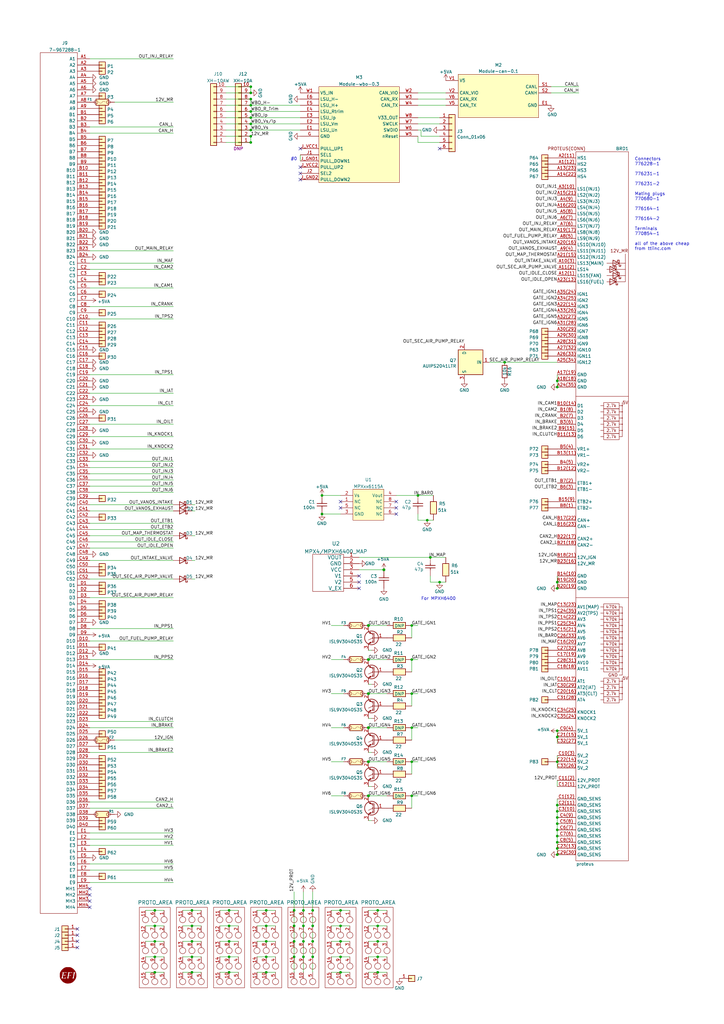
<source format=kicad_sch>
(kicad_sch (version 20210621) (generator eeschema)
  (paper "A3" portrait)
  (title_block (title "proteusM54") (date "2021-11-14") (rev "a") (company "rusEFI"))
  (junction (at 228.6 340.36))
  (junction (at 168.91 284.48))
  (junction (at 207.01 148.59))
  (junction (at 120.65 392.43))
  (junction (at 151.13 270.51) (diameter 1.016))
  (junction (at 228.6 345.44))
  (junction (at 171.45 203.2))
  (junction (at 228.6 332.74))
  (junction (at 63.5 386.08))
  (junction (at 228.6 238.76))
  (junction (at 124.46 373.38))
  (junction (at 154.94 386.08))
  (junction (at 120.65 379.73))
  (junction (at 63.5 392.43))
  (junction (at 139.7 386.08))
  (junction (at 102.87 58.42))
  (junction (at 228.6 337.82))
  (junction (at 139.7 379.73))
  (junction (at 168.91 270.51))
  (junction (at 63.5 398.78))
  (junction (at 109.22 373.38))
  (junction (at 128.27 379.73))
  (junction (at 168.91 312.42))
  (junction (at 109.22 398.78))
  (junction (at 176.53 228.6))
  (junction (at 168.91 256.54))
  (junction (at 132.08 203.2))
  (junction (at 154.94 398.78))
  (junction (at 78.74 373.38))
  (junction (at 228.6 312.42))
  (junction (at 109.22 392.43))
  (junction (at 128.27 392.43))
  (junction (at 124.46 379.73))
  (junction (at 228.6 335.28))
  (junction (at 139.7 398.78))
  (junction (at 228.6 158.75))
  (junction (at 102.87 45.72))
  (junction (at 139.7 373.38))
  (junction (at 228.6 347.98))
  (junction (at 228.6 350.52))
  (junction (at 93.98 386.08))
  (junction (at 102.87 53.34))
  (junction (at 102.87 40.64))
  (junction (at 157.48 233.68) (diameter 1.016))
  (junction (at 132.08 210.82))
  (junction (at 151.13 256.54) (diameter 1.016))
  (junction (at 175.26 213.36))
  (junction (at 228.6 342.9))
  (junction (at 139.7 392.43))
  (junction (at 78.74 379.73))
  (junction (at 102.87 38.1))
  (junction (at 168.91 298.45))
  (junction (at 128.27 386.08))
  (junction (at 78.74 398.78))
  (junction (at 151.13 284.48) (diameter 1.016))
  (junction (at 63.5 373.38))
  (junction (at 78.74 392.43))
  (junction (at 228.6 299.72))
  (junction (at 154.94 379.73))
  (junction (at 102.87 35.56))
  (junction (at 102.87 48.26))
  (junction (at 228.6 302.26))
  (junction (at 124.46 386.08))
  (junction (at 78.74 386.08))
  (junction (at 109.22 379.73))
  (junction (at 228.6 156.21))
  (junction (at 93.98 398.78))
  (junction (at 63.5 379.73))
  (junction (at 93.98 392.43))
  (junction (at 102.87 55.88))
  (junction (at 93.98 373.38))
  (junction (at 124.46 392.43))
  (junction (at 120.65 373.38))
  (junction (at 154.94 392.43))
  (junction (at 154.94 373.38))
  (junction (at 151.13 326.39) (diameter 1.016))
  (junction (at 151.13 298.45) (diameter 1.016))
  (junction (at 128.27 373.38))
  (junction (at 180.34 238.76))
  (junction (at 102.87 43.18))
  (junction (at 168.91 326.39))
  (junction (at 151.13 312.42) (diameter 1.016))
  (junction (at 120.65 386.08))
  (junction (at 93.98 379.73))
  (junction (at 228.6 241.3))
  (junction (at 228.6 330.2))
  (junction (at 109.22 386.08))
  (junction (at 102.87 50.8))
  (no_connect (at 147.32 241.3))
  (no_connect (at 123.19 71.12))
  (no_connect (at 31.75 383.54))
  (no_connect (at 31.75 388.62))
  (no_connect (at 139.7 205.74))
  (no_connect (at 139.7 208.28))
  (no_connect (at 162.56 210.82))
  (no_connect (at 162.56 208.28))
  (no_connect (at 162.56 205.74))
  (no_connect (at 31.75 381))
  (no_connect (at 31.75 386.08))
  (no_connect (at 147.32 236.22))
  (no_connect (at 123.19 73.66))
  (no_connect (at 123.19 60.96))
  (no_connect (at 36.83 372.11))
  (no_connect (at 36.83 369.57))
  (no_connect (at 36.83 364.49))
  (no_connect (at 36.83 367.03))
  (no_connect (at 147.32 238.76))
  (no_connect (at 123.19 68.58))
  (no_connect (at 180.34 60.96))
  (wire (pts (xy 168.91 298.45) (xy 168.91 303.53)))
  (wire (pts (xy 135.89 398.78) (xy 139.7 398.78)))
  (wire (pts (xy 180.34 238.76) (xy 182.88 238.76)))
  (wire (pts (xy 168.91 298.45) (xy 171.45 298.45)))
  (wire (pts (xy 154.94 379.73) (xy 158.75 379.73)))
  (wire (pts (xy 36.83 118.11) (xy 71.12 118.11)))
  (wire (pts (xy 132.08 203.2) (xy 139.7 203.2)))
  (wire (pts (xy 36.83 222.25) (xy 71.12 222.25)))
  (wire (pts (xy 171.45 48.26) (xy 180.34 48.26)))
  (wire (pts (xy 226.06 35.56) (xy 237.49 35.56)))
  (wire (pts (xy 120.65 365.76) (xy 120.65 373.38)))
  (wire (pts (xy 90.17 379.73) (xy 93.98 379.73)))
  (wire (pts (xy 36.83 199.39) (xy 71.12 199.39)))
  (wire (pts (xy 135.89 379.73) (xy 139.7 379.73)))
  (wire (pts (xy 171.45 203.2) (xy 177.8 203.2)))
  (wire (pts (xy 171.45 40.64) (xy 182.88 40.64)))
  (wire (pts (xy 80.01 229.87) (xy 78.74 229.87)))
  (wire (pts (xy 151.13 256.54) (xy 158.75 256.54)))
  (wire (pts (xy 102.87 43.18) (xy 123.19 43.18)))
  (wire (pts (xy 80.01 209.55) (xy 78.74 209.55)))
  (wire (pts (xy 105.41 379.73) (xy 109.22 379.73)))
  (wire (pts (xy 92.71 43.18) (xy 102.87 43.18)))
  (wire (pts (xy 171.45 38.1) (xy 182.88 38.1)))
  (wire (pts (xy 93.98 398.78) (xy 97.79 398.78)))
  (wire (pts (xy 92.71 55.88) (xy 102.87 55.88)))
  (wire (pts (xy 36.83 161.29) (xy 71.12 161.29)))
  (wire (pts (xy 180.34 238.76) (xy 176.53 238.76)))
  (wire (pts (xy 92.71 50.8) (xy 102.87 50.8)))
  (wire (pts (xy 228.6 153.67) (xy 228.6 156.21)))
  (wire (pts (xy 228.6 156.21) (xy 228.6 158.75)))
  (wire (pts (xy 171.45 53.34) (xy 172.72 53.34)))
  (wire (pts (xy 90.17 386.08) (xy 93.98 386.08)))
  (wire (pts (xy 36.83 130.81) (xy 71.12 130.81)))
  (wire (pts (xy 105.41 373.38) (xy 109.22 373.38)))
  (wire (pts (xy 74.93 398.78) (xy 78.74 398.78)))
  (wire (pts (xy 93.98 379.73) (xy 97.79 379.73)))
  (wire (pts (xy 92.71 40.64) (xy 102.87 40.64)))
  (wire (pts (xy 92.71 53.34) (xy 102.87 53.34)))
  (wire (pts (xy 152.4 336.55) (xy 151.13 336.55)))
  (wire (pts (xy 36.83 308.61) (xy 71.12 308.61)))
  (wire (pts (xy 135.89 312.42) (xy 140.97 312.42)))
  (wire (pts (xy 152.4 308.61) (xy 151.13 308.61)))
  (wire (pts (xy 168.91 284.48) (xy 168.91 289.56)))
  (wire (pts (xy 90.17 392.43) (xy 93.98 392.43)))
  (wire (pts (xy 151.13 373.38) (xy 154.94 373.38)))
  (wire (pts (xy 36.83 207.01) (xy 71.12 207.01)))
  (wire (pts (xy 109.22 398.78) (xy 113.03 398.78)))
  (wire (pts (xy 168.91 270.51) (xy 171.45 270.51)))
  (wire (pts (xy 128.27 386.08) (xy 128.27 392.43)))
  (wire (pts (xy 36.83 214.63) (xy 71.12 214.63)))
  (wire (pts (xy 80.01 207.01) (xy 78.74 207.01)))
  (wire (pts (xy 228.6 299.72) (xy 228.6 302.26)))
  (wire (pts (xy 228.6 302.26) (xy 228.6 304.8)))
  (wire (pts (xy 93.98 392.43) (xy 97.79 392.43)))
  (wire (pts (xy 36.83 217.17) (xy 71.12 217.17)))
  (wire (pts (xy 175.26 213.36) (xy 177.8 213.36)))
  (wire (pts (xy 157.48 233.68) (xy 147.32 233.68)))
  (wire (pts (xy 59.69 398.78) (xy 63.5 398.78)))
  (wire (pts (xy 71.12 41.91) (xy 46.99 41.91)))
  (wire (pts (xy 105.41 386.08) (xy 109.22 386.08)))
  (wire (pts (xy 147.32 228.6) (xy 176.53 228.6)))
  (wire (pts (xy 228.6 309.88) (xy 228.6 312.42)))
  (wire (pts (xy 228.6 312.42) (xy 228.6 314.96)))
  (wire (pts (xy 92.71 58.42) (xy 102.87 58.42)))
  (wire (pts (xy 36.83 224.79) (xy 71.12 224.79)))
  (wire (pts (xy 135.89 373.38) (xy 139.7 373.38)))
  (wire (pts (xy 36.83 257.81) (xy 71.12 257.81)))
  (wire (pts (xy 151.13 284.48) (xy 158.75 284.48)))
  (wire (pts (xy 154.94 392.43) (xy 158.75 392.43)))
  (wire (pts (xy 151.13 386.08) (xy 154.94 386.08)))
  (wire (pts (xy 172.72 53.34) (xy 172.72 55.88)))
  (wire (pts (xy 74.93 379.73) (xy 78.74 379.73)))
  (wire (pts (xy 36.83 346.71) (xy 71.12 346.71)))
  (wire (pts (xy 90.17 373.38) (xy 93.98 373.38)))
  (wire (pts (xy 102.87 48.26) (xy 123.19 48.26)))
  (wire (pts (xy 36.83 209.55) (xy 71.12 209.55)))
  (wire (pts (xy 36.83 229.87) (xy 71.12 229.87)))
  (wire (pts (xy 168.91 270.51) (xy 168.91 275.59)))
  (wire (pts (xy 59.69 392.43) (xy 63.5 392.43)))
  (wire (pts (xy 120.65 373.38) (xy 120.65 379.73)))
  (wire (pts (xy 135.89 386.08) (xy 139.7 386.08)))
  (wire (pts (xy 36.83 184.15) (xy 71.12 184.15)))
  (wire (pts (xy 120.65 379.73) (xy 120.65 386.08)))
  (wire (pts (xy 139.7 398.78) (xy 143.51 398.78)))
  (wire (pts (xy 36.83 173.99) (xy 71.12 173.99)))
  (wire (pts (xy 109.22 373.38) (xy 113.03 373.38)))
  (wire (pts (xy 78.74 398.78) (xy 82.55 398.78)))
  (wire (pts (xy 80.01 219.71) (xy 78.74 219.71)))
  (wire (pts (xy 139.7 392.43) (xy 143.51 392.43)))
  (wire (pts (xy 135.89 256.54) (xy 140.97 256.54)))
  (wire (pts (xy 152.4 280.67) (xy 151.13 280.67)))
  (wire (pts (xy 168.91 256.54) (xy 171.45 256.54)))
  (wire (pts (xy 78.74 392.43) (xy 82.55 392.43)))
  (wire (pts (xy 228.6 320.04) (xy 228.6 322.58)))
  (wire (pts (xy 139.7 379.73) (xy 143.51 379.73)))
  (wire (pts (xy 152.4 294.64) (xy 151.13 294.64)))
  (wire (pts (xy 168.91 284.48) (xy 171.45 284.48)))
  (wire (pts (xy 36.83 354.33) (xy 71.12 354.33)))
  (wire (pts (xy 162.56 203.2) (xy 171.45 203.2)))
  (wire (pts (xy 171.45 58.42) (xy 180.34 58.42)))
  (wire (pts (xy 36.83 153.67) (xy 71.12 153.67)))
  (wire (pts (xy 124.46 392.43) (xy 124.46 398.78)))
  (wire (pts (xy 124.46 373.38) (xy 124.46 379.73)))
  (wire (pts (xy 36.83 262.89) (xy 71.12 262.89)))
  (wire (pts (xy 92.71 45.72) (xy 102.87 45.72)))
  (wire (pts (xy 36.83 102.87) (xy 71.12 102.87)))
  (wire (pts (xy 63.5 386.08) (xy 67.31 386.08)))
  (wire (pts (xy 128.27 379.73) (xy 128.27 386.08)))
  (wire (pts (xy 59.69 386.08) (xy 63.5 386.08)))
  (wire (pts (xy 123.19 63.5) (xy 123.19 66.04)))
  (wire (pts (xy 124.46 365.76) (xy 124.46 373.38)))
  (wire (pts (xy 36.83 194.31) (xy 71.12 194.31)))
  (wire (pts (xy 128.27 392.43) (xy 128.27 398.78)))
  (wire (pts (xy 74.93 373.38) (xy 78.74 373.38)))
  (wire (pts (xy 226.06 38.1) (xy 237.49 38.1)))
  (wire (pts (xy 80.01 237.49) (xy 78.74 237.49)))
  (wire (pts (xy 36.83 110.49) (xy 71.12 110.49)))
  (wire (pts (xy 36.83 245.11) (xy 71.12 245.11)))
  (wire (pts (xy 154.94 373.38) (xy 158.75 373.38)))
  (wire (pts (xy 36.83 331.47) (xy 71.12 331.47)))
  (wire (pts (xy 109.22 392.43) (xy 113.03 392.43)))
  (wire (pts (xy 36.83 356.87) (xy 71.12 356.87)))
  (wire (pts (xy 109.22 386.08) (xy 113.03 386.08)))
  (wire (pts (xy 36.83 189.23) (xy 71.12 189.23)))
  (wire (pts (xy 102.87 53.34) (xy 123.19 53.34)))
  (wire (pts (xy 102.87 35.56) (xy 102.87 38.1)))
  (wire (pts (xy 36.83 179.07) (xy 71.12 179.07)))
  (wire (pts (xy 128.27 373.38) (xy 128.27 379.73)))
  (wire (pts (xy 151.13 398.78) (xy 154.94 398.78)))
  (wire (pts (xy 168.91 326.39) (xy 168.91 331.47)))
  (wire (pts (xy 135.89 326.39) (xy 140.97 326.39)))
  (wire (pts (xy 59.69 373.38) (xy 63.5 373.38)))
  (wire (pts (xy 102.87 40.64) (xy 102.87 43.18)))
  (wire (pts (xy 171.45 55.88) (xy 171.45 58.42)))
  (wire (pts (xy 93.98 386.08) (xy 97.79 386.08)))
  (wire (pts (xy 152.4 266.7) (xy 151.13 266.7)))
  (wire (pts (xy 92.71 48.26) (xy 102.87 48.26)))
  (wire (pts (xy 135.89 270.51) (xy 140.97 270.51)))
  (wire (pts (xy 175.26 213.36) (xy 171.45 213.36)))
  (wire (pts (xy 135.89 298.45) (xy 140.97 298.45)))
  (wire (pts (xy 63.5 379.73) (xy 67.31 379.73)))
  (wire (pts (xy 36.83 191.77) (xy 71.12 191.77)))
  (wire (pts (xy 36.83 52.07) (xy 71.12 52.07)))
  (wire (pts (xy 124.46 386.08) (xy 124.46 392.43)))
  (wire (pts (xy 78.74 373.38) (xy 82.55 373.38)))
  (wire (pts (xy 36.83 107.95) (xy 71.12 107.95)))
  (wire (pts (xy 90.17 398.78) (xy 93.98 398.78)))
  (wire (pts (xy 176.53 238.76) (xy 176.53 236.22)))
  (wire (pts (xy 228.6 236.22) (xy 228.6 238.76)))
  (wire (pts (xy 228.6 238.76) (xy 228.6 241.3)))
  (wire (pts (xy 102.87 55.88) (xy 102.87 58.42)))
  (wire (pts (xy 63.5 373.38) (xy 67.31 373.38)))
  (wire (pts (xy 124.46 379.73) (xy 124.46 386.08)))
  (wire (pts (xy 171.45 43.18) (xy 182.88 43.18)))
  (wire (pts (xy 36.83 298.45) (xy 71.12 298.45)))
  (wire (pts (xy 105.41 398.78) (xy 109.22 398.78)))
  (wire (pts (xy 135.89 284.48) (xy 140.97 284.48)))
  (wire (pts (xy 154.94 386.08) (xy 158.75 386.08)))
  (wire (pts (xy 120.65 386.08) (xy 120.65 392.43)))
  (wire (pts (xy 151.13 312.42) (xy 158.75 312.42)))
  (wire (pts (xy 168.91 256.54) (xy 168.91 261.62)))
  (wire (pts (xy 132.08 210.82) (xy 139.7 210.82)))
  (wire (pts (xy 151.13 298.45) (xy 158.75 298.45)))
  (wire (pts (xy 92.71 38.1) (xy 102.87 38.1)))
  (wire (pts (xy 171.45 50.8) (xy 180.34 50.8)))
  (wire (pts (xy 74.93 392.43) (xy 78.74 392.43)))
  (wire (pts (xy 63.5 392.43) (xy 67.31 392.43)))
  (wire (pts (xy 120.65 392.43) (xy 120.65 398.78)))
  (wire (pts (xy 154.94 398.78) (xy 158.75 398.78)))
  (wire (pts (xy 36.83 166.37) (xy 71.12 166.37)))
  (wire (pts (xy 92.71 35.56) (xy 102.87 35.56)))
  (wire (pts (xy 93.98 373.38) (xy 97.79 373.38)))
  (wire (pts (xy 63.5 398.78) (xy 67.31 398.78)))
  (wire (pts (xy 128.27 365.76) (xy 128.27 373.38)))
  (wire (pts (xy 168.91 326.39) (xy 171.45 326.39)))
  (wire (pts (xy 36.83 24.13) (xy 71.12 24.13)))
  (wire (pts (xy 176.53 228.6) (xy 182.88 228.6)))
  (wire (pts (xy 207.01 148.59) (xy 228.6 148.59)))
  (wire (pts (xy 151.13 379.73) (xy 154.94 379.73)))
  (wire (pts (xy 36.83 219.71) (xy 71.12 219.71)))
  (wire (pts (xy 139.7 386.08) (xy 143.51 386.08)))
  (wire (pts (xy 171.45 213.36) (xy 171.45 210.82)))
  (wire (pts (xy 36.83 344.17) (xy 71.12 344.17)))
  (wire (pts (xy 172.72 55.88) (xy 180.34 55.88)))
  (wire (pts (xy 228.6 337.82) (xy 228.6 340.36)))
  (wire (pts (xy 228.6 345.44) (xy 228.6 347.98)))
  (wire (pts (xy 228.6 340.36) (xy 228.6 342.9)))
  (wire (pts (xy 228.6 342.9) (xy 228.6 345.44)))
  (wire (pts (xy 228.6 347.98) (xy 228.6 350.52)))
  (wire (pts (xy 228.6 332.74) (xy 228.6 335.28)))
  (wire (pts (xy 228.6 335.28) (xy 228.6 337.82)))
  (wire (pts (xy 228.6 330.2) (xy 228.6 332.74)))
  (wire (pts (xy 228.6 327.66) (xy 228.6 330.2)))
  (wire (pts (xy 36.83 361.95) (xy 71.12 361.95)))
  (wire (pts (xy 152.4 322.58) (xy 151.13 322.58)))
  (wire (pts (xy 151.13 392.43) (xy 154.94 392.43)))
  (wire (pts (xy 105.41 392.43) (xy 109.22 392.43)))
  (wire (pts (xy 200.66 148.59) (xy 207.01 148.59)))
  (wire (pts (xy 36.83 196.85) (xy 71.12 196.85)))
  (wire (pts (xy 168.91 312.42) (xy 171.45 312.42)))
  (wire (pts (xy 139.7 373.38) (xy 143.51 373.38)))
  (wire (pts (xy 36.83 54.61) (xy 71.12 54.61)))
  (wire (pts (xy 102.87 50.8) (xy 123.19 50.8)))
  (wire (pts (xy 36.83 270.51) (xy 71.12 270.51)))
  (wire (pts (xy 74.93 386.08) (xy 78.74 386.08)))
  (wire (pts (xy 135.89 392.43) (xy 139.7 392.43)))
  (wire (pts (xy 78.74 386.08) (xy 82.55 386.08)))
  (wire (pts (xy 36.83 295.91) (xy 71.12 295.91)))
  (wire (pts (xy 36.83 201.93) (xy 71.12 201.93)))
  (wire (pts (xy 36.83 341.63) (xy 71.12 341.63)))
  (wire (pts (xy 151.13 270.51) (xy 158.75 270.51)))
  (wire (pts (xy 36.83 237.49) (xy 71.12 237.49)))
  (wire (pts (xy 168.91 312.42) (xy 168.91 317.5)))
  (wire (pts (xy 109.22 379.73) (xy 113.03 379.73)))
  (wire (pts (xy 151.13 326.39) (xy 158.75 326.39)))
  (wire (pts (xy 36.83 125.73) (xy 71.12 125.73)))
  (wire (pts (xy 78.74 379.73) (xy 82.55 379.73)))
  (wire (pts (xy 36.83 328.93) (xy 71.12 328.93)))
  (wire (pts (xy 102.87 45.72) (xy 123.19 45.72)))
  (wire (pts (xy 59.69 379.73) (xy 63.5 379.73)))
  (wire (pts (xy 71.12 303.53) (xy 46.99 303.53)))
  (text "Connectors\n776228-1\n\n776231-1\n\n776231-2\n\nMating plugs\n770680-1\n\n776164-1\n\n776164-2\n\nTerminals\n770854-1\n\nall of the above cheap\nfrom ttiinc.com" (at 260.35 102.87 0) (effects (font (size 1.27 1.27)) (justify left bottom)))
  (text "For MPXH6400" (at 172.72 246.38 0) (effects (font (size 1.27 1.27)) (justify left bottom)))
  (text "#0" (at 121.92 66.04 180) (effects (font (size 1.27 1.27)) (justify right bottom)))
  (label "OUT_SEC_AIR_PUMP_VALVE" (at 71.12 237.49 180))
  (label "WBO_Vs{slash}Ip" (at 102.87 50.8 0))
  (label "12V_MR" (at 71.12 41.91 180))
  (label "IN_TPS2" (at 228.6 254 180))
  (label "IN_MAF" (at 228.6 264.16 180))
  (label "OUT_IGN6" (at 151.13 326.39 0))
  (label "IN_CLUTCH" (at 228.6 179.07 180))
  (label "HV2" (at 71.12 344.17 180))
  (label "IN_IAT" (at 228.6 281.94 180))
  (label "12V_MR" (at 80.01 209.55 0))
  (label "GATE_IGN4" (at 228.6 128.27 180))
  (label "CAN2_H" (at 71.12 328.93 180))
  (label "OUT_INJ4" (at 71.12 196.85 180))
  (label "OUT_IDLE_OPEN" (at 228.6 115.57 180))
  (label "OUT_SEC_AIR_PUMP_RELAY" (at 71.12 245.11 180))
  (label "HV1" (at 135.89 256.54 180))
  (label "OUT_INJ3" (at 71.12 194.31 180))
  (label "IN_BARO" (at 228.6 261.62 180))
  (label "IN_CAM1" (at 71.12 118.11 180))
  (label "IN_OILT" (at 228.6 279.4 180))
  (label "OUT_IDLE_CLOSE" (at 228.6 113.03 180))
  (label "CAN_H" (at 228.6 213.36 180))
  (label "OUT_INTAKE_VALVE" (at 71.12 229.87 180))
  (label "IN_CLT" (at 71.12 166.37 180))
  (label "OUT_MAIN_RELAY" (at 228.6 95.25 180))
  (label "GATE_IGN3" (at 168.91 284.48 0))
  (label "IN_PPS2" (at 228.6 259.08 180))
  (label "OUT_INJ1" (at 71.12 189.23 180))
  (label "IN_CRANK" (at 71.12 125.73 180))
  (label "OUT_INJ6" (at 71.12 201.93 180))
  (label "HV5" (at 135.89 312.42 180))
  (label "OUT_IDLE_OPEN" (at 71.12 224.79 180))
  (label "OUT_ETB1" (at 228.6 198.12 180))
  (label "CAN_L" (at 71.12 52.07 180))
  (label "GATE_IGN5" (at 228.6 130.81 180))
  (label "OUT_IGN3" (at 151.13 284.48 0))
  (label "OUT_ETB1" (at 71.12 214.63 180))
  (label "OUT_INJ4" (at 228.6 85.09 180))
  (label "OUT_IGN2" (at 151.13 270.51 0))
  (label "12V_IGN" (at 228.6 228.6 180))
  (label "GATE_IGN6" (at 228.6 133.35 180))
  (label "IN_TPS1" (at 71.12 153.67 180))
  (label "IN_PPS1" (at 228.6 256.54 180))
  (label "IN_CAM1" (at 228.6 166.37 180))
  (label "IN_BRAKE2" (at 228.6 176.53 180))
  (label "GATE_IGN1" (at 228.6 120.65 180))
  (label "OUT_INJ_RELAY" (at 71.12 24.13 180))
  (label "OUT_SEC_AIR_PUMP_RELAY" (at 190.5 140.97 180))
  (label "12V_MR" (at 80.01 207.01 0))
  (label "IN_KNOCK1" (at 71.12 179.07 180))
  (label "OUT_INJ5" (at 228.6 87.63 180))
  (label "OUT_INJ1" (at 228.6 77.47 180))
  (label "IN_MAP" (at 228.6 248.92 180))
  (label "HV3" (at 135.89 284.48 180))
  (label "OUT_INJ3" (at 228.6 82.55 180))
  (label "HV6" (at 71.12 354.33 180))
  (label "HV3" (at 71.12 341.63 180))
  (label "IN_MAP" (at 182.88 228.6 180))
  (label "IN_PPS2" (at 71.12 270.51 180))
  (label "GATE_IGN2" (at 228.6 123.19 180))
  (label "CAN_L" (at 237.49 35.56 180))
  (label "GATE_IGN5" (at 168.91 312.42 0))
  (label "HV1" (at 71.12 346.71 180))
  (label "GATE_IGN2" (at 168.91 270.51 0))
  (label "12V_MR" (at 228.6 231.14 180))
  (label "OUT_INJ_RELAY" (at 228.6 92.71 180))
  (label "OUT_SEC_AIR_PUMP_VALVE" (at 228.6 110.49 180))
  (label "IN_TPS2" (at 71.12 130.81 180))
  (label "IN_KNOCK2" (at 228.6 294.64 180))
  (label "OUT_MAP_THERMOSTAT" (at 228.6 105.41 180))
  (label "CAN_L" (at 228.6 215.9 180))
  (label "GATE_IGN6" (at 168.91 326.39 0))
  (label "HV4" (at 71.12 361.95 180))
  (label "OUT_IDLE_CLOSE" (at 71.12 222.25 180))
  (label "SEC_AIR_PUMP_RELAY" (at 200.66 148.59 0))
  (label "12V_IGN" (at 71.12 303.53 180))
  (label "OUT_IGN5" (at 151.13 312.42 0))
  (label "CAN_H" (at 71.12 54.61 180))
  (label "HV5" (at 71.12 356.87 180))
  (label "GATE_IGN4" (at 168.91 298.45 0))
  (label "OUT_INJ5" (at 71.12 199.39 180))
  (label "12V_MR" (at 80.01 219.71 0))
  (label "12V_PROT" (at 228.6 320.04 180))
  (label "OUT_INTAKE_VALVE" (at 228.6 107.95 180))
  (label "OUT_VANOS_INTAKE" (at 228.6 100.33 180))
  (label "CAN2_H" (at 228.6 220.98 180))
  (label "OUT_FUEL_PUMP_RELAY" (at 71.12 262.89 180))
  (label "OUT_ETB2" (at 71.12 217.17 180))
  (label "OUT_MAIN_RELAY" (at 71.12 102.87 180))
  (label "IN_OILT" (at 71.12 173.99 180))
  (label "CAN2_L" (at 228.6 223.52 180))
  (label "IN_BRAKE" (at 71.12 298.45 180))
  (label "OUT_MAP_THERMOSTAT" (at 71.12 219.71 180))
  (label "OUT_IGN1" (at 151.13 256.54 0))
  (label "IN_CLUTCH" (at 71.12 295.91 180))
  (label "HV4" (at 135.89 298.45 180))
  (label "IN_KNOCK1" (at 228.6 292.1 180))
  (label "GATE_IGN3" (at 228.6 125.73 180))
  (label "GATE_IGN1" (at 168.91 256.54 0))
  (label "OUT_FUEL_PUMP_RELAY" (at 228.6 97.79 180))
  (label "IN_PPS1" (at 71.12 257.81 180))
  (label "IN_CRANK" (at 228.6 171.45 180))
  (label "IN_TPS1" (at 228.6 251.46 180))
  (label "IN_BARO" (at 177.8 203.2 180))
  (label "WBO_H-" (at 102.87 43.18 0))
  (label "OUT_VANOS_EXHAUST" (at 228.6 102.87 180))
  (label "12V_PROT" (at 120.65 365.76 90))
  (label "12V_MR" (at 80.01 237.49 0))
  (label "IN_KNOCK2" (at 71.12 184.15 180))
  (label "WBO_Vs" (at 102.87 53.34 0))
  (label "12V_MR" (at 102.87 55.88 0))
  (label "HV6" (at 135.89 326.39 180))
  (label "OUT_INJ2" (at 228.6 80.01 180))
  (label "IN_BRAKE2" (at 71.12 308.61 180))
  (label "WBO_R_Trim" (at 102.87 45.72 0))
  (label "IN_MAF" (at 71.12 107.95 180))
  (label "CAN2_L" (at 71.12 331.47 180))
  (label "IN_CAM2" (at 228.6 168.91 180))
  (label "12V_MR" (at 80.01 229.87 0))
  (label "OUT_VANOS_EXHAUST" (at 71.12 209.55 180))
  (label "OUT_VANOS_INTAKE" (at 71.12 207.01 180))
  (label "OUT_INJ2" (at 71.12 191.77 180))
  (label "IN_BRAKE" (at 228.6 173.99 180))
  (label "OUT_INJ6" (at 228.6 90.17 180))
  (label "OUT_IGN4" (at 151.13 298.45 0))
  (label "IN_CAM2" (at 71.12 110.49 180))
  (label "WBO_Ip" (at 102.87 48.26 0))
  (label "CAN_H" (at 237.49 38.1 180))
  (label "OUT_ETB2" (at 228.6 200.66 180))
  (label "HV2" (at 135.89 270.51 180))
  (label "IN_CLT" (at 228.6 284.48 180))
  (label "IN_IAT" (at 71.12 161.29 180))
  (symbol (lib_id "hellen-one-common:Pad") (at 223.52 274.32 180) (unit 1)
    (property "Reference" "P81" (at 219.0115 274.32 0))
    (property "Value" "Pad" (effects hide))
    (property "Footprint" "hellen-one-common:PAD-TH" (effects hide))
  )
  (symbol (lib_id "hellen-one-common:Fuse-Pad-Pad") (at 146.05 270.51 0) (unit 1)
    (property "Reference" "F4" (at 140.97 269.4248 0) (effects (font (size 1.016 1.016))))
    (property "Value" "10A" (effects hide))
    (property "Footprint" "hellen-one-common:36911600000" (effects hide))
    (property "LCSC" "C354908" (effects hide))
  )
  (symbol (lib_id "power:GND") (at 152.4 336.55 90) (unit 1)
    (property "Reference" "#PWR0128" (effects hide))
    (property "Value" "GND" (at 158.8834 336.4992 90))
  )
  (symbol (lib_id "hellen-one-common:Pad") (at 223.52 186.69 180) (unit 1)
    (property "Reference" "P73" (at 219.0115 186.69 0))
    (property "Value" "Pad" (effects hide))
    (property "Footprint" "hellen-one-common:PAD-TH" (effects hide))
  )
  (symbol (lib_id "hellen-one-common:Pad") (at 41.91 133.35 0) (unit 1)
    (property "Reference" "P26" (at 43.9421 133.829 0) (effects (justify left)))
    (property "Value" "Pad" (effects hide))
    (property "Footprint" "hellen-one-common:PAD-TH" (effects hide))
  )
  (symbol (lib_id "power:+5VA") (at 36.83 123.19 270) (unit 1)
    (property "Reference" "#PWR0105" (effects hide))
    (property "Value" "+5VA" (at 40.0051 123.669 90) (effects (justify left)))
  )
  (symbol (lib_id "hellen-one-common:Pad") (at 223.52 271.78 180) (unit 1)
    (property "Reference" "P80" (at 219.0115 271.78 0))
    (property "Value" "Pad" (effects hide))
    (property "Footprint" "hellen-one-common:PAD-TH" (effects hide))
  )
  (symbol (lib_id "hellen-one-common:PROTO_AREA") (at 97.79 372.11 270) (unit 1)
    (property "Reference" "G4" (effects hide))
    (property "Value" "PROTO_AREA" (at 86.9855 370.1463 90) (effects (font (size 1.524 1.524)) (justify left)))
    (property "Footprint" "hellen-one-common:PROTO_AREA" (effects hide))
  )
  (symbol (lib_id "power:GND") (at 180.34 238.76 0) (unit 1)
    (property "Reference" "#PWR07" (effects hide))
    (property "Value" "GND" (at 182.3336 242.5968 0) (effects (justify right)))
  )
  (symbol (lib_id "power:GND") (at 228.6 350.52 270) (unit 1)
    (property "Reference" "#PWR0121" (effects hide))
    (property "Value" "GND" (at 222.1166 350.5708 90))
  )
  (symbol (lib_id "power:GND") (at 36.83 36.83 90) (unit 1)
    (property "Reference" "#PWR0118" (effects hide))
    (property "Value" "GND" (at 40.64 36.83 90) (effects (justify right)))
  )
  (symbol (lib_id "hellen-one-common:Pad") (at 41.91 92.71 0) (unit 1)
    (property "Reference" "P21" (at 43.9421 93.189 0) (effects (justify left)))
    (property "Value" "Pad" (effects hide))
    (property "Footprint" "hellen-one-common:PAD-TH" (effects hide))
  )
  (symbol (lib_id "hellen-one-common:Pad") (at 41.91 323.85 0) (unit 1)
    (property "Reference" "P57" (at 43.9421 324.329 0) (effects (justify left)))
    (property "Value" "Pad" (effects hide))
    (property "Footprint" "hellen-one-common:PAD-TH" (effects hide))
  )
  (symbol (lib_id "hellen-one-common:Pad") (at 223.52 69.85 180) (unit 1)
    (property "Reference" "P66" (at 219.0115 69.85 0))
    (property "Value" "Pad" (effects hide))
    (property "Footprint" "hellen-one-common:PAD-TH" (effects hide))
  )
  (symbol (lib_id "hellen-one-common:Pad") (at 41.91 120.65 0) (unit 1)
    (property "Reference" "P24" (at 43.9421 121.129 0) (effects (justify left)))
    (property "Value" "Pad" (effects hide))
    (property "Footprint" "hellen-one-common:PAD-TH" (effects hide))
  )
  (symbol (lib_id "power:GND") (at 36.83 156.21 90) (unit 1)
    (property "Reference" "#PWR0109" (effects hide))
    (property "Value" "GND" (at 40.64 156.21 90) (effects (justify right)))
  )
  (symbol (lib_id "hellen-one-common:Pad") (at 223.52 287.02 180) (unit 1)
    (property "Reference" "P82" (at 219.0115 287.02 0))
    (property "Value" "Pad" (effects hide))
    (property "Footprint" "hellen-one-common:PAD-TH" (effects hide))
  )
  (symbol (lib_id "Device:Q_NIGBT_GCE") (at 153.67 331.47 0) (mirror y) (unit 1)
    (property "Reference" "Q6" (at 148.8185 330.7091 0) (effects (justify left)))
    (property "Value" "ISL9V3040S3S" (at 148.8185 333.0078 0) (effects (justify left)))
    (property "Footprint" "Package_TO_SOT_SMD:TO-263-2" (effects hide))
    (property "LCSC" "C898702" (effects hide))
  )
  (symbol (lib_id "hellen-one-common:Pad") (at 41.91 232.41 0) (unit 1)
    (property "Reference" "P34" (at 43.9421 232.889 0) (effects (justify left)))
    (property "Value" "Pad" (effects hide))
    (property "Footprint" "hellen-one-common:PAD-TH" (effects hide))
  )
  (symbol (lib_id "Device:D_Schottky") (at 74.93 237.49 180) (unit 1)
    (property "Reference" "D5" (at 77.6709 236.4766 0))
    (property "Value" "D_Schottky" (effects hide))
    (property "Footprint" "Diode_SMD:D_SMA" (effects hide))
    (property "LCSC" "C8678" (effects hide))
    (property "LCSC_ext" "0" (effects hide))
  )
  (symbol (lib_id "hellen-one-common:Pad") (at 223.52 72.39 180) (unit 1)
    (property "Reference" "P67" (at 219.0115 72.39 0))
    (property "Value" "Pad" (effects hide))
    (property "Footprint" "hellen-one-common:PAD-TH" (effects hide))
  )
  (symbol (lib_id "hellen-one-common:Pad") (at 223.52 312.42 180) (unit 1)
    (property "Reference" "P83" (at 219.0115 312.42 0))
    (property "Value" "Pad" (effects hide))
    (property "Footprint" "hellen-one-common:PAD-TH" (effects hide))
  )
  (symbol (lib_id "hellen-one-common:Pad") (at 223.52 67.31 180) (unit 1)
    (property "Reference" "P65" (at 219.0115 67.31 0))
    (property "Value" "Pad" (effects hide))
    (property "Footprint" "hellen-one-common:PAD-TH" (effects hide))
  )
  (symbol (lib_id "hellen-one-common:Res") (at 177.8 203.2 270) (unit 1)
    (property "Reference" "R5" (at 181.3981 206.6001 90))
    (property "Value" "51k" (at 181.4599 209.2283 90))
    (property "Footprint" "hellen-one-common:R0603" (effects hide))
    (property "LCSC" "C23196" (effects hide))
  )
  (symbol (lib_id "hellen-one-wbo-0.3:Module-wbo-0.3") (at 163.83 35.56 0) (mirror y) (unit 1)
    (property "Reference" "M3" (at 147.32 31.7204 0))
    (property "Value" "Module-wbo-0.3" (at 147.32 34.4955 0))
    (property "Footprint" "hellen-one-wbo-0.3:wbo" (effects hide))
  )
  (symbol (lib_id "hellen-one-common:Pad") (at 41.91 62.23 0) (unit 1)
    (property "Reference" "P9" (at 43.9421 62.709 0) (effects (justify left)))
    (property "Value" "Pad" (effects hide))
    (property "Footprint" "hellen-one-common:PAD-TH" (effects hide))
  )
  (symbol (lib_id "hellen-one-common:Pad") (at 41.91 29.21 0) (unit 1)
    (property "Reference" "P2" (at 43.9421 29.689 0) (effects (justify left)))
    (property "Value" "Pad" (effects hide))
    (property "Footprint" "hellen-one-common:PAD-TH" (effects hide))
  )
  (symbol (lib_id "hellen-one-common:Pad") (at 41.91 313.69 0) (unit 1)
    (property "Reference" "P53" (at 43.9421 314.169 0) (effects (justify left)))
    (property "Value" "Pad" (effects hide))
    (property "Footprint" "hellen-one-common:PAD-TH" (effects hide))
  )
  (symbol (lib_id "hellen-one-common:Pad") (at 41.91 39.37 0) (unit 1)
    (property "Reference" "P3" (at 43.9421 39.849 0) (effects (justify left)))
    (property "Value" "Pad" (effects hide))
    (property "Footprint" "hellen-one-common:PAD-TH" (effects hide))
  )
  (symbol (lib_id "Device:D_Schottky") (at 74.93 229.87 180) (unit 1)
    (property "Reference" "D4" (at 77.6709 228.8566 0))
    (property "Value" "D_Schottky" (effects hide))
    (property "Footprint" "Diode_SMD:D_SMA" (effects hide))
    (property "LCSC" "C8678" (effects hide))
    (property "LCSC_ext" "0" (effects hide))
  )
  (symbol (lib_id "hellen-one-common:Pad") (at 223.52 146.05 180) (unit 1)
    (property "Reference" "P71" (at 219.0115 146.05 0))
    (property "Value" "Pad" (effects hide))
    (property "Footprint" "hellen-one-common:PAD-TH" (effects hide))
  )
  (symbol (lib_id "hellen-one-common:Pad") (at 41.91 278.13 0) (unit 1)
    (property "Reference" "P43" (at 43.9421 278.609 0) (effects (justify left)))
    (property "Value" "Pad" (effects hide))
    (property "Footprint" "hellen-one-common:PAD-TH" (effects hide))
  )
  (symbol (lib_id "power:+5VA") (at 123.19 38.1 0) (unit 1)
    (property "Reference" "#PWR0142" (effects hide))
    (property "Value" "+5VA" (at 123.19 34.5526 0))
  )
  (symbol (lib_id "hellen-one-common:Pad") (at 41.91 349.25 0) (unit 1)
    (property "Reference" "P62" (at 43.9421 349.729 0) (effects (justify left)))
    (property "Value" "Pad" (effects hide))
    (property "Footprint" "hellen-one-common:PAD-TH" (effects hide))
  )
  (symbol (lib_id "hellen-one-common:Pad") (at 41.91 67.31 0) (unit 1)
    (property "Reference" "P11" (at 43.9421 67.789 0) (effects (justify left)))
    (property "Value" "Pad" (effects hide))
    (property "Footprint" "hellen-one-common:PAD-TH" (effects hide))
  )
  (symbol (lib_id "power:GND") (at 36.83 34.29 90) (unit 1)
    (property "Reference" "#PWR0119" (effects hide))
    (property "Value" "GND" (at 40.64 34.29 90) (effects (justify right)))
  )
  (symbol (lib_id "power:+5VA") (at 132.08 203.2 0) (unit 1)
    (property "Reference" "#PWR0137" (effects hide))
    (property "Value" "+5VA" (at 132.08 199.6526 0))
  )
  (symbol (lib_id "hellen-one-common:Pad") (at 41.91 80.01 0) (unit 1)
    (property "Reference" "P16" (at 43.9421 80.489 0) (effects (justify left)))
    (property "Value" "Pad" (effects hide))
    (property "Footprint" "hellen-one-common:PAD-TH" (effects hide))
  )
  (symbol (lib_id "hellen-one-common:Pad") (at 41.91 252.73 0) (unit 1)
    (property "Reference" "P40" (at 43.9421 253.209 0) (effects (justify left)))
    (property "Value" "Pad" (effects hide))
    (property "Footprint" "hellen-one-common:PAD-TH" (effects hide))
  )
  (symbol (lib_id "hellen-one-common:Pad") (at 41.91 26.67 0) (unit 1)
    (property "Reference" "P1" (at 43.9421 27.149 0) (effects (justify left)))
    (property "Value" "Pad" (effects hide))
    (property "Footprint" "hellen-one-common:PAD-TH" (effects hide))
  )
  (symbol (lib_id "Device:D_Schottky") (at 74.93 207.01 180) (unit 1)
    (property "Reference" "D1" (at 77.6709 205.9966 0))
    (property "Value" "D_Schottky" (effects hide))
    (property "Footprint" "Diode_SMD:D_SMA" (effects hide))
    (property "LCSC" "C8678" (effects hide))
    (property "LCSC_ext" "0" (effects hide))
  )
  (symbol (lib_id "hellen-one-common:Pad") (at 41.91 336.55 0) (unit 1)
    (property "Reference" "P59" (at 43.9421 337.029 0) (effects (justify left)))
    (property "Value" "Pad" (effects hide))
    (property "Footprint" "hellen-one-common:PAD-TH" (effects hide))
  )
  (symbol (lib_id "rusefi_logo:RUSEFI_LOGO") (at 27.94 400.05 0) (unit 1)
    (property "Reference" "G1" (effects hide))
    (property "Value" "RUSEFI_LOGO" (effects hide))
    (property "Footprint" "kicad6-libraries:rusefi_logo" (effects hide))
  )
  (symbol (lib_id "hellen-one-common:Jumper-Pad-Pad") (at 41.91 334.01 0) (unit 1)
    (property "Reference" "R1" (at 45.72 332.74 0) (effects (font (size 1.016 1.016))))
    (property "Value" "Jumper-Pad-Pad" (effects hide))
    (property "Footprint" "hellen-one-common:PAD-0805-PAD" (effects hide))
    (property "LCSC" "C17477" (effects hide))
  )
  (symbol (lib_id "power:GND") (at 175.26 213.36 0) (unit 1)
    (property "Reference" "#PWR0136" (effects hide))
    (property "Value" "GND" (at 177.2536 217.1968 0) (effects (justify right)))
  )
  (symbol (lib_id "hellen-one-common:Res") (at 158.75 303.53 0) (mirror x) (unit 1)
    (property "Reference" "R7" (at 164.072 301.1818 0))
    (property "Value" "22" (at 163.5161 306.2056 0))
    (property "Footprint" "hellen-one-common:R0603" (effects hide))
    (property "LCSC" "C23345" (effects hide))
  )
  (symbol (lib_id "Connector_Generic:Conn_01x06") (at 185.42 53.34 0) (unit 1)
    (property "Reference" "J3" (at 187.4521 53.8491 0) (effects (justify left)))
    (property "Value" "Conn_01x06" (at 187.4521 56.1478 0) (effects (justify left)))
    (property "Footprint" "Connector_PinHeader_2.54mm:PinHeader_1x06_P2.54mm_Vertical" (effects hide))
  )
  (symbol (lib_id "Connector_Generic:Conn_01x01") (at 168.91 401.32 0) (unit 1)
    (property "Reference" "J7" (at 170.942 401.4216 0) (effects (justify left)))
    (property "Value" "Conn_01x01" (effects hide))
    (property "Footprint" "TestPoint:TestPoint_Pad_D4.0mm" (effects hide))
  )
  (symbol (lib_id "hellen-one-common:Pad") (at 223.52 266.7 180) (unit 1)
    (property "Reference" "P78" (at 219.0115 266.7 0))
    (property "Value" "Pad" (effects hide))
    (property "Footprint" "hellen-one-common:PAD-TH" (effects hide))
  )
  (symbol (lib_id "Connector_Generic:Conn_01x01") (at 26.67 381 0) (mirror y) (unit 1)
    (property "Reference" "J1" (at 24.638 381.1016 0) (effects (justify left)))
    (property "Value" "Conn_01x01" (effects hide))
    (property "Footprint" "MountingHole:MountingHole_3.5mm" (effects hide))
  )
  (symbol (lib_id "Device:Q_NIGBT_GCE") (at 153.67 303.53 0) (mirror y) (unit 1)
    (property "Reference" "Q4" (at 148.8185 302.7691 0) (effects (justify left)))
    (property "Value" "ISL9V3040S3S" (at 148.8185 305.0678 0) (effects (justify left)))
    (property "Footprint" "Package_TO_SOT_SMD:TO-263-2" (effects hide))
    (property "LCSC" "C898702" (effects hide))
  )
  (symbol (lib_id "hellen-one-common:Pad") (at 223.52 143.51 180) (unit 1)
    (property "Reference" "P63" (at 219.0115 143.51 0))
    (property "Value" "Pad" (effects hide))
    (property "Footprint" "hellen-one-common:PAD-TH" (effects hide))
  )
  (symbol (lib_id "hellen-one-common:Fuse-Pad-Pad") (at 146.05 284.48 0) (unit 1)
    (property "Reference" "F5" (at 140.97 283.3948 0) (effects (font (size 1.016 1.016))))
    (property "Value" "10A" (effects hide))
    (property "Footprint" "hellen-one-common:36911600000" (effects hide))
    (property "LCSC" "C354908" (effects hide))
  )
  (symbol (lib_id "Connector_Generic:Conn_01x10") (at 97.79 48.26 180) (unit 1) (in_bom no) (on_board no)
    (property "Reference" "J12" (at 99.6315 30.3234 0))
    (property "Value" "XH-10A" (at 99.6315 33.0985 0))
    (property "Footprint" "Connector_JST:JST_XH_B10B-XH-A_1x10_P2.50mm_Vertical" (effects hide))
    (property "LCSC" "C8885" (effects hide))
    (property "MyComment" "DNP" (at 97.79 60.96 0))
  )
  (symbol (lib_id "power:+5VA") (at 228.6 299.72 90) (unit 1)
    (property "Reference" "#PWR0122" (effects hide))
    (property "Value" "+5VA" (at 225.4249 299.241 90) (effects (justify left)))
  )
  (symbol (lib_id "hellen-one-common:Pad") (at 41.91 146.05 0) (unit 1)
    (property "Reference" "P30" (at 43.9421 146.529 0) (effects (justify left)))
    (property "Value" "Pad" (effects hide))
    (property "Footprint" "hellen-one-common:PAD-TH" (effects hide))
  )
  (symbol (lib_id "Device:D_Schottky") (at 74.93 219.71 180) (unit 1)
    (property "Reference" "D3" (at 77.6709 218.6966 0))
    (property "Value" "D_Schottky" (effects hide))
    (property "Footprint" "Diode_SMD:D_SMA" (effects hide))
    (property "LCSC" "C8678" (effects hide))
    (property "LCSC_ext" "0" (effects hide))
  )
  (symbol (lib_id "hellen-one-common:Pad") (at 41.91 318.77 0) (unit 1)
    (property "Reference" "P55" (at 43.9421 319.249 0) (effects (justify left)))
    (property "Value" "Pad" (effects hide))
    (property "Footprint" "hellen-one-common:PAD-TH" (effects hide))
  )
  (symbol (lib_id "power:GND") (at 207.01 156.21 0) (unit 1)
    (property "Reference" "#PWR0123" (effects hide))
    (property "Value" "GND" (at 207.01 160.02 0))
  )
  (symbol (lib_id "power:GND") (at 226.06 43.18 0) (unit 1)
    (property "Reference" "#PWR012" (effects hide))
    (property "Value" "GND" (at 228.6 46.99 0) (effects (justify right)))
  )
  (symbol (lib_id "power:GND") (at 36.83 97.79 90) (unit 1)
    (property "Reference" "#PWR0101" (effects hide))
    (property "Value" "GND" (at 40.64 97.79 90) (effects (justify right)))
  )
  (symbol (lib_id "hellen-one-common:Pad") (at 223.52 269.24 180) (unit 1)
    (property "Reference" "P79" (at 219.0115 269.24 0))
    (property "Value" "Pad" (effects hide))
    (property "Footprint" "hellen-one-common:PAD-TH" (effects hide))
  )
  (symbol (lib_id "power:GND") (at 36.83 181.61 90) (unit 1)
    (property "Reference" "#PWR0111" (effects hide))
    (property "Value" "GND" (at 40.64 181.61 90) (effects (justify right)))
  )
  (symbol (lib_id "power:GND") (at 36.83 176.53 90) (unit 1)
    (property "Reference" "#PWR0113" (effects hide))
    (property "Value" "GND" (at 40.64 176.53 90) (effects (justify right)))
  )
  (symbol (lib_id "Device:R") (at 207.01 152.4 0) (mirror x) (unit 1)
    (property "Reference" "R16" (at 209.03 152.3378 90))
    (property "Value" "10k" (at 207.0555 152.1998 90))
    (property "Footprint" "Resistor_SMD:R_0402_1005Metric" (effects hide))
    (property "LCSC" "C60489" (effects hide))
  )
  (symbol (lib_id "hellen-one-common:Res") (at 168.91 312.42 0) (mirror y) (unit 1)
    (property "Reference" "R14" (at 163.5096 309.7753 0))
    (property "Value" "DNP" (at 163.8565 312.5827 0))
    (property "Footprint" "Resistor_SMD:R_2512_6332Metric" (effects hide))
  )
  (symbol (lib_id "hellen-one-common:Pad") (at 223.52 64.77 180) (unit 1)
    (property "Reference" "P64" (at 219.0115 64.77 0))
    (property "Value" "Pad" (effects hide))
    (property "Footprint" "hellen-one-common:PAD-TH" (effects hide))
  )
  (symbol (lib_id "Connector_Generic:Conn_01x01") (at 26.67 386.08 0) (mirror y) (unit 1)
    (property "Reference" "J4" (at 24.638 386.1816 0) (effects (justify left)))
    (property "Value" "Conn_01x01" (effects hide))
    (property "Footprint" "MountingHole:MountingHole_5.5mm" (effects hide))
  )
  (symbol (lib_id "power:GND") (at 36.83 227.33 90) (unit 1)
    (property "Reference" "#PWR0116" (effects hide))
    (property "Value" "GND" (at 40.64 227.33 90) (effects (justify right)))
  )
  (symbol (lib_id "hellen-one-common:Res") (at 168.91 326.39 0) (mirror y) (unit 1)
    (property "Reference" "R15" (at 163.5096 323.7453 0))
    (property "Value" "DNP" (at 163.8565 326.5527 0))
    (property "Footprint" "Resistor_SMD:R_2512_6332Metric" (effects hide))
  )
  (symbol (lib_id "power:GND") (at 228.6 241.3 270) (unit 1)
    (property "Reference" "#PWR0120" (effects hide))
    (property "Value" "GND" (at 222.1166 241.3508 90))
  )
  (symbol (lib_id "hellen-one-common:Res") (at 158.75 275.59 0) (mirror x) (unit 1)
    (property "Reference" "R3" (at 164.072 273.2418 0))
    (property "Value" "22" (at 163.5161 278.2656 0))
    (property "Footprint" "hellen-one-common:R0603" (effects hide))
    (property "LCSC" "C23345" (effects hide))
  )
  (symbol (lib_id "hellen-one-common:Pad") (at 41.91 69.85 0) (unit 1)
    (property "Reference" "P12" (at 43.9421 70.329 0) (effects (justify left)))
    (property "Value" "Pad" (effects hide))
    (property "Footprint" "hellen-one-common:PAD-TH" (effects hide))
  )
  (symbol (lib_id "power:GND") (at 152.4 280.67 90) (unit 1)
    (property "Reference" "#PWR0135" (effects hide))
    (property "Value" "GND" (at 158.8834 280.6192 90))
  )
  (symbol (lib_id "Device:Q_NIGBT_GCE") (at 153.67 275.59 0) (mirror y) (unit 1)
    (property "Reference" "Q2" (at 148.8185 274.8291 0) (effects (justify left)))
    (property "Value" "ISL9V3040S3S" (at 148.8185 277.1278 0) (effects (justify left)))
    (property "Footprint" "Package_TO_SOT_SMD:TO-263-2" (effects hide))
    (property "LCSC" "C898702" (effects hide))
  )
  (symbol (lib_id "power:GND") (at 36.83 255.27 90) (unit 1)
    (property "Reference" "#PWR0131" (effects hide))
    (property "Value" "GND" (at 40.64 255.27 90) (effects (justify right)))
  )
  (symbol (lib_id "hellen-one-common:Pad") (at 41.91 113.03 0) (unit 1)
    (property "Reference" "P22" (at 43.9421 113.509 0) (effects (justify left)))
    (property "Value" "Pad" (effects hide))
    (property "Footprint" "hellen-one-common:PAD-TH" (effects hide))
  )
  (symbol (lib_id "hellen-one-common:Pad") (at 41.91 140.97 0) (unit 1)
    (property "Reference" "P29" (at 43.9421 141.449 0) (effects (justify left)))
    (property "Value" "Pad" (effects hide))
    (property "Footprint" "hellen-one-common:PAD-TH" (effects hide))
  )
  (symbol (lib_id "hellen-one-common:Res") (at 158.75 317.5 0) (mirror x) (unit 1)
    (property "Reference" "R8" (at 164.072 315.1518 0))
    (property "Value" "22" (at 163.5161 320.1756 0))
    (property "Footprint" "hellen-one-common:R0603" (effects hide))
    (property "LCSC" "C23345" (effects hide))
  )
  (symbol (lib_id "Connector_Generic:Conn_01x10") (at 87.63 48.26 180) (unit 1)
    (property "Reference" "J10" (at 89.4715 30.3234 0))
    (property "Value" "XH-10AW" (at 89.4715 33.0985 0))
    (property "Footprint" "Connector_JST:JST_XH_S10B-XH-A_1x10_P2.50mm_Horizontal" (effects hide))
    (property "LCSC" "C14652" (effects hide))
  )
  (symbol (lib_id "power:GND") (at 36.83 31.75 90) (unit 1)
    (property "Reference" "#PWR0117" (effects hide))
    (property "Value" "GND" (at 40.64 31.75 90) (effects (justify right)))
  )
  (symbol (lib_id "power:+5VA") (at 182.88 33.02 0) (unit 1)
    (property "Reference" "#PWR0143" (effects hide))
    (property "Value" "+5VA" (at 182.88 29.4726 0))
  )
  (symbol (lib_id "hellen-one-common:Pad") (at 41.91 72.39 0) (unit 1)
    (property "Reference" "P13" (at 43.9421 72.869 0) (effects (justify left)))
    (property "Value" "Pad" (effects hide))
    (property "Footprint" "hellen-one-common:PAD-TH" (effects hide))
  )
  (symbol (lib_id "hellen-one-common:PROTO_AREA") (at 143.51 372.11 270) (unit 1)
    (property "Reference" "G7" (effects hide))
    (property "Value" "PROTO_AREA" (at 132.7055 370.1463 90) (effects (font (size 1.524 1.524)) (justify left)))
    (property "Footprint" "hellen-one-common:PROTO_AREA" (effects hide))
  )
  (symbol (lib_id "hellen-one-common:Pad") (at 223.52 135.89 180) (unit 1)
    (property "Reference" "P68" (at 219.0115 135.89 0))
    (property "Value" "Pad" (effects hide))
    (property "Footprint" "hellen-one-common:PAD-TH" (effects hide))
  )
  (symbol (lib_id "power:GND") (at 123.19 55.88 270) (mirror x) (unit 1)
    (property "Reference" "#PWR010" (effects hide))
    (property "Value" "GND" (at 119.2466 55.8292 0))
  )
  (symbol (lib_id "power:GND") (at 46.99 334.01 90) (unit 1)
    (property "Reference" "#PWR0127" (effects hide))
    (property "Value" "GND" (at 50.8 334.01 90) (effects (justify right)))
  )
  (symbol (lib_id "hellen-one-common:Pad") (at 41.91 240.03 0) (unit 1)
    (property "Reference" "P36" (at 43.9421 240.509 0) (effects (justify left)))
    (property "Value" "Pad" (effects hide))
    (property "Footprint" "hellen-one-common:PAD-TH" (effects hide))
  )
  (symbol (lib_id "hellen-one-common:Pad") (at 41.91 138.43 0) (unit 1)
    (property "Reference" "P28" (at 43.9421 138.909 0) (effects (justify left)))
    (property "Value" "Pad" (effects hide))
    (property "Footprint" "hellen-one-common:PAD-TH" (effects hide))
  )
  (symbol (lib_id "MPX_SOP_SSOP:MPXxx6115A") (at 144.78 200.66 0) (unit 1)
    (property "Reference" "U1" (at 151.13 196.7442 0))
    (property "Value" "MPXxx6115A" (at 151.13 199.5193 0))
    (property "Footprint" "kicad6-libraries:MPX_SOP_SSOP" (effects hide))
  )
  (symbol (lib_id "power:GND") (at 147.32 231.14 90) (mirror x) (unit 1)
    (property "Reference" "#PWR0141" (effects hide))
    (property "Value" "GND" (at 151.765 231.14 90))
  )
  (symbol (lib_id "hellen-one-common:Pad") (at 41.91 128.27 0) (unit 1)
    (property "Reference" "P25" (at 43.9421 128.749 0) (effects (justify left)))
    (property "Value" "Pad" (effects hide))
    (property "Footprint" "hellen-one-common:PAD-TH" (effects hide))
  )
  (symbol (lib_id "hellen-one-common:PROTO_AREA") (at 82.55 372.11 270) (unit 1)
    (property "Reference" "G3" (effects hide))
    (property "Value" "PROTO_AREA" (at 71.7455 370.1463 90) (effects (font (size 1.524 1.524)) (justify left)))
    (property "Footprint" "hellen-one-common:PROTO_AREA" (effects hide))
  )
  (symbol (lib_id "power:GND") (at 180.34 53.34 270) (mirror x) (unit 1)
    (property "Reference" "#PWR011" (effects hide))
    (property "Value" "GND" (at 175.1266 53.2892 90))
  )
  (symbol (lib_id "hellen-one-common:Pad") (at 41.91 250.19 0) (unit 1)
    (property "Reference" "P39" (at 43.9421 250.669 0) (effects (justify left)))
    (property "Value" "Pad" (effects hide))
    (property "Footprint" "hellen-one-common:PAD-TH" (effects hide))
  )
  (symbol (lib_id "hellen-one-common:Res") (at 168.91 256.54 0) (mirror y) (unit 1)
    (property "Reference" "R10" (at 163.5096 253.8953 0))
    (property "Value" "DNP" (at 163.8565 256.7027 0))
    (property "Footprint" "Resistor_SMD:R_2512_6332Metric" (effects hide))
  )
  (symbol (lib_id "hellen-one-common:Res") (at 158.75 289.56 0) (mirror x) (unit 1)
    (property "Reference" "R4" (at 164.072 287.2118 0))
    (property "Value" "22" (at 163.5161 292.2356 0))
    (property "Footprint" "hellen-one-common:R0603" (effects hide))
    (property "LCSC" "C23345" (effects hide))
  )
  (symbol (lib_id "power:GND") (at 36.83 143.51 90) (unit 1)
    (property "Reference" "#PWR0106" (effects hide))
    (property "Value" "GND" (at 40.64 143.51 90) (effects (justify right)))
  )
  (symbol (lib_id "hellen-one-common:Pad") (at 223.52 193.04 180) (unit 1)
    (property "Reference" "P75" (at 219.0115 193.04 0))
    (property "Value" "Pad" (effects hide))
    (property "Footprint" "hellen-one-common:PAD-TH" (effects hide))
  )
  (symbol (lib_id "power:GND") (at 36.83 186.69 90) (unit 1)
    (property "Reference" "#PWR0112" (effects hide))
    (property "Value" "GND" (at 40.64 186.69 90) (effects (justify right)))
  )
  (symbol (lib_id "hellen-one-common:Pad") (at 41.91 204.47 0) (unit 1)
    (property "Reference" "P32" (at 43.9421 204.949 0) (effects (justify left)))
    (property "Value" "Pad" (effects hide))
    (property "Footprint" "hellen-one-common:PAD-TH" (effects hide))
  )
  (symbol (lib_id "hellen-one-common:Pad") (at 41.91 326.39 0) (unit 1)
    (property "Reference" "P58" (at 43.9421 326.869 0) (effects (justify left)))
    (property "Value" "Pad" (effects hide))
    (property "Footprint" "hellen-one-common:PAD-TH" (effects hide))
  )
  (symbol (lib_id "hellen-one-common:PROTO_AREA") (at 67.31 372.11 270) (unit 1)
    (property "Reference" "G2" (effects hide))
    (property "Value" "PROTO_AREA" (at 56.5055 370.1463 90) (effects (font (size 1.524 1.524)) (justify left)))
    (property "Footprint" "hellen-one-common:PROTO_AREA" (effects hide))
  )
  (symbol (lib_id "hellen-one-common:Pad") (at 41.91 64.77 0) (unit 1)
    (property "Reference" "P10" (at 43.9421 65.249 0) (effects (justify left)))
    (property "Value" "Pad" (effects hide))
    (property "Footprint" "hellen-one-common:PAD-TH" (effects hide))
  )
  (symbol (lib_id "hellen-one-common:Res") (at 158.75 331.47 0) (mirror x) (unit 1)
    (property "Reference" "R9" (at 164.072 329.1218 0))
    (property "Value" "22" (at 163.5161 334.1456 0))
    (property "Footprint" "hellen-one-common:R0603" (effects hide))
    (property "LCSC" "C23345" (effects hide))
  )
  (symbol (lib_id "hellen-one-common:Pad") (at 41.91 280.67 0) (unit 1)
    (property "Reference" "P44" (at 43.9421 281.149 0) (effects (justify left)))
    (property "Value" "Pad" (effects hide))
    (property "Footprint" "hellen-one-common:PAD-TH" (effects hide))
  )
  (symbol (lib_id "Power_Management:AUIPS2041L") (at 190.5 148.59 0) (mirror y) (unit 1)
    (property "Reference" "Q7" (at 187.198 147.8291 0) (effects (justify left)))
    (property "Value" "AUIPS2041LTR" (at 187.198 150.1278 0) (effects (justify left)))
    (property "Footprint" "Package_TO_SOT_SMD:SOT-223" (effects hide))
    (property "Datasheet" "https://www.infineon.com/dgdl/Infineon-AUIPS2041-DS-v01_00-EN.pdf?fileId=5546d4625a888733015aae147a9d4c57" (effects hide))
    (property "LCSC" "C113610" (effects hide))
  )
  (symbol (lib_id "proteus:proteus") (at 236.22 62.23 0) (unit 1)
    (property "Reference" "BRD1" (at 255.27 60.96 0))
    (property "Value" "proteus" (at 240.03 354.33 0))
    (property "Footprint" "kicad6-libraries:proteus" (effects hide))
  )
  (symbol (lib_id "hellen-one-common:Cap") (at 157.48 237.49 270) (mirror x) (unit 1)
    (property "Reference" "C3" (at 154.6859 236.3406 90) (effects (justify right)))
    (property "Value" "100n" (at 154.6859 238.6393 90) (effects (justify right)))
    (property "Footprint" "hellen-one-common:C0603" (effects hide))
    (property "LCSC" "C14663" (effects hide))
  )
  (symbol (lib_id "hellen-one-common:Pad") (at 223.52 190.5 180) (unit 1)
    (property "Reference" "P74" (at 219.0115 190.5 0))
    (property "Value" "Pad" (effects hide))
    (property "Footprint" "hellen-one-common:PAD-TH" (effects hide))
  )
  (symbol (lib_id "hellen-one-common:Pad") (at 223.52 140.97 180) (unit 1)
    (property "Reference" "P70" (at 219.0115 140.97 0))
    (property "Value" "Pad" (effects hide))
    (property "Footprint" "hellen-one-common:PAD-TH" (effects hide))
  )
  (symbol (lib_id "hellen-one-common:Pad") (at 41.91 293.37 0) (unit 1)
    (property "Reference" "P49" (at 43.9421 293.849 0) (effects (justify left)))
    (property "Value" "Pad" (effects hide))
    (property "Footprint" "hellen-one-common:PAD-TH" (effects hide))
  )
  (symbol (lib_id "power:GND") (at 36.83 158.75 90) (unit 1)
    (property "Reference" "#PWR0110" (effects hide))
    (property "Value" "GND" (at 40.64 158.75 90) (effects (justify right)))
  )
  (symbol (lib_id "power:GND") (at 190.5 156.21 0) (mirror y) (unit 1)
    (property "Reference" "#PWR0124" (effects hide))
    (property "Value" "GND" (at 190.5 160.02 0))
  )
  (symbol (lib_id "power:GND") (at 152.4 266.7 90) (unit 1)
    (property "Reference" "#PWR0144" (effects hide))
    (property "Value" "GND" (at 158.8834 266.6492 90))
  )
  (symbol (lib_id "hellen-one-common:Pad") (at 41.91 85.09 0) (unit 1)
    (property "Reference" "P18" (at 43.9421 85.569 0) (effects (justify left)))
    (property "Value" "Pad" (effects hide))
    (property "Footprint" "hellen-one-common:PAD-TH" (effects hide))
  )
  (symbol (lib_id "hellen-one-common:Res") (at 168.91 270.51 0) (mirror y) (unit 1)
    (property "Reference" "R11" (at 163.5096 267.8653 0))
    (property "Value" "DNP" (at 163.8565 270.6727 0))
    (property "Footprint" "Resistor_SMD:R_2512_6332Metric" (effects hide))
  )
  (symbol (lib_id "power:GND") (at 152.4 294.64 90) (unit 1)
    (property "Reference" "#PWR0146" (effects hide))
    (property "Value" "GND" (at 158.8834 294.5892 90))
  )
  (symbol (lib_id "hellen-one-common:PROTO_AREA") (at 113.03 372.11 270) (unit 1)
    (property "Reference" "G5" (effects hide))
    (property "Value" "PROTO_AREA" (at 102.2255 370.1463 90) (effects (font (size 1.524 1.524)) (justify left)))
    (property "Footprint" "hellen-one-common:PROTO_AREA" (effects hide))
  )
  (symbol (lib_id "hellen-one-common:Pad") (at 41.91 288.29 0) (unit 1)
    (property "Reference" "P47" (at 43.9421 288.769 0) (effects (justify left)))
    (property "Value" "Pad" (effects hide))
    (property "Footprint" "hellen-one-common:PAD-TH" (effects hide))
  )
  (symbol (lib_id "power:GND") (at 157.48 241.3 0) (mirror y) (unit 1)
    (property "Reference" "#PWR0139" (effects hide))
    (property "Value" "GND" (at 157.48 245.745 0))
  )
  (symbol (lib_id "power:GND") (at 36.83 151.13 90) (unit 1)
    (property "Reference" "#PWR0107" (effects hide))
    (property "Value" "GND" (at 40.64 151.13 90) (effects (justify right)))
  )
  (symbol (lib_id "hellen-one-common:Fuse-Pad-Pad") (at 146.05 326.39 0) (unit 1)
    (property "Reference" "F8" (at 140.97 325.3048 0) (effects (font (size 1.016 1.016))))
    (property "Value" "10A" (effects hide))
    (property "Footprint" "hellen-one-common:36911600000" (effects hide))
    (property "LCSC" "C354908" (effects hide))
  )
  (symbol (lib_id "Connector_Generic:Conn_01x01") (at 26.67 388.62 0) (mirror y) (unit 1)
    (property "Reference" "J5" (at 24.638 388.7216 0) (effects (justify left)))
    (property "Value" "Conn_01x01" (effects hide))
    (property "Footprint" "MountingHole:MountingHole_5.5mm" (effects hide))
  )
  (symbol (lib_id "Device:Q_NIGBT_GCE") (at 153.67 317.5 0) (mirror y) (unit 1)
    (property "Reference" "Q5" (at 148.8185 316.7391 0) (effects (justify left)))
    (property "Value" "ISL9V3040S3S" (at 148.8185 319.0378 0) (effects (justify left)))
    (property "Footprint" "Package_TO_SOT_SMD:TO-263-2" (effects hide))
    (property "LCSC" "C898702" (effects hide))
  )
  (symbol (lib_id "power:+5VA") (at 124.46 365.76 0) (unit 1)
    (property "Reference" "#PWR0148" (effects hide))
    (property "Value" "+5VA" (at 126.521 361.3151 0) (effects (justify right)))
  )
  (symbol (lib_id "hellen-one-common:Res") (at 158.75 261.62 0) (mirror x) (unit 1)
    (property "Reference" "R2" (at 164.072 259.2718 0))
    (property "Value" "22" (at 163.5161 264.2956 0))
    (property "Footprint" "hellen-one-common:R0603" (effects hide))
    (property "LCSC" "C23345" (effects hide))
  )
  (symbol (lib_id "hellen-one-can-0.1:Module-can-0.1") (at 187.96 30.48 0) (unit 1)
    (property "Reference" "M2" (at 204.47 26.67 0))
    (property "Value" "Module-can-0.1" (at 204.47 29.21 0))
    (property "Footprint" "hellen-one-can-0.1:can" (effects hide))
  )
  (symbol (lib_id "Device:Q_NIGBT_GCE") (at 153.67 289.56 0) (mirror y) (unit 1)
    (property "Reference" "Q3" (at 148.8185 288.7991 0) (effects (justify left)))
    (property "Value" "ISL9V3040S3S" (at 148.8185 291.0978 0) (effects (justify left)))
    (property "Footprint" "Package_TO_SOT_SMD:TO-263-2" (effects hide))
    (property "LCSC" "C898702" (effects hide))
  )
  (symbol (lib_id "hellen-one-common:Fuse-Pad-Pad") (at 41.91 303.53 0) (unit 1)
    (property "Reference" "F2" (at 45.72 302.3989 0) (effects (font (size 1.016 1.016))))
    (property "Value" "Fuse-Pad-Pad" (effects hide))
    (property "Footprint" "hellen-one-common:PAD-1206-PAD" (effects hide))
    (property "LCSC" "C182446" (effects hide))
  )
  (symbol (lib_id "hellen-one-common:Pad") (at 41.91 234.95 0) (unit 1)
    (property "Reference" "P35" (at 43.9421 235.429 0) (effects (justify left)))
    (property "Value" "Pad" (effects hide))
    (property "Footprint" "hellen-one-common:PAD-TH" (effects hide))
  )
  (symbol (lib_id "hellen-one-common:Pad") (at 41.91 242.57 0) (unit 1)
    (property "Reference" "P37" (at 43.9421 243.049 0) (effects (justify left)))
    (property "Value" "Pad" (effects hide))
    (property "Footprint" "hellen-one-common:PAD-TH" (effects hide))
  )
  (symbol (lib_id "hellen-one-common:Pad") (at 41.91 283.21 0) (unit 1)
    (property "Reference" "P45" (at 43.9421 283.689 0) (effects (justify left)))
    (property "Value" "Pad" (effects hide))
    (property "Footprint" "hellen-one-common:PAD-TH" (effects hide))
  )
  (symbol (lib_id "power:GND") (at 36.83 267.97 90) (unit 1)
    (property "Reference" "#PWR0133" (effects hide))
    (property "Value" "GND" (at 40.64 267.97 90) (effects (justify right)))
  )
  (symbol (lib_id "hellen-one-common:Pad") (at 41.91 46.99 0) (unit 1)
    (property "Reference" "P5" (at 43.9421 47.469 0) (effects (justify left)))
    (property "Value" "Pad" (effects hide))
    (property "Footprint" "hellen-one-common:PAD-TH" (effects hide))
  )
  (symbol (lib_id "hellen-one-common:Cap") (at 176.53 232.41 270) (mirror x) (unit 1)
    (property "Reference" "C4" (at 173.7359 231.2606 90) (effects (justify right)))
    (property "Value" "47p" (at 173.7359 233.5593 90) (effects (justify right)))
    (property "Footprint" "hellen-one-common:C0603" (effects hide))
    (property "LCSC" "C1671" (effects hide))
  )
  (symbol (lib_id "Device:Q_NIGBT_GCE") (at 153.67 261.62 0) (mirror y) (unit 1)
    (property "Reference" "Q1" (at 148.8185 260.8591 0) (effects (justify left)))
    (property "Value" "ISL9V3040S3S" (at 148.8185 263.1578 0) (effects (justify left)))
    (property "Footprint" "Package_TO_SOT_SMD:TO-263-2" (effects hide))
    (property "LCSC" "C898702" (effects hide))
  )
  (symbol (lib_id "power:GND") (at 152.4 322.58 90) (unit 1)
    (property "Reference" "#PWR0130" (effects hide))
    (property "Value" "GND" (at 158.8834 322.5292 90))
  )
  (symbol (lib_id "TE_7-967288-1:7-967288-1") (at 36.83 24.13 0) (mirror y) (unit 1)
    (property "Reference" "J9" (at 26.6319 17.6742 0))
    (property "Value" "7-967288-1" (at 26.6319 20.4493 0))
    (property "Footprint" "kicad6-libraries:TE_7-967288-1" (effects hide))
    (property "Datasheet" "https://www.te.com/commerce/DocumentDelivery/DDEController?Action=showdoc&DocId=Customer+Drawing%7F967288%7FF1%7Fpdf%7FGerman%7FGER_CD_967288_F1_967288-c.pdf%7F7-967288-1" (effects hide))
    (property "Description" "AMP - TE CONNECTIVITY - 7-967288-1 - AUTOMOTIVE CONN, PLUG, R/A, 134POS, PCB" (effects hide))
    (property "Height" "25.5" (effects hide))
    (property "Mouser Part Number" "571-7-967288-1" (effects hide))
    (property "Mouser Price/Stock" "https://www.mouser.co.uk/ProductDetail/TE-Connectivity-AMP/7-967288-1/?qs=4GfDZFxiN8v4VyLYMsjm7g%3D%3D" (effects hide))
    (property "Manufacturer_Name" "TE Connectivity" (effects hide))
    (property "Manufacturer_Part_Number" "7-967288-1" (effects hide))
  )
  (symbol (lib_id "hellen-one-common:Fuse-Pad-Pad") (at 146.05 256.54 0) (unit 1)
    (property "Reference" "F3" (at 140.97 255.4548 0) (effects (font (size 1.016 1.016))))
    (property "Value" "10A" (effects hide))
    (property "Footprint" "hellen-one-common:36911600000" (effects hide))
    (property "LCSC" "C354908" (effects hide))
  )
  (symbol (lib_id "hellen-one-common:Pad") (at 41.91 265.43 0) (unit 1)
    (property "Reference" "P41" (at 43.9421 265.909 0) (effects (justify left)))
    (property "Value" "Pad" (effects hide))
    (property "Footprint" "hellen-one-common:PAD-TH" (effects hide))
  )
  (symbol (lib_id "Device:D_Schottky") (at 74.93 209.55 180) (unit 1)
    (property "Reference" "D2" (at 78.1152 208.6514 0))
    (property "Value" "D_Schottky" (effects hide))
    (property "Footprint" "Diode_SMD:D_SMA" (effects hide))
    (property "LCSC" "C8678" (effects hide))
    (property "LCSC_ext" "0" (effects hide))
  )
  (symbol (lib_id "hellen-one-common:Pad") (at 41.91 59.69 0) (unit 1)
    (property "Reference" "P8" (at 43.9421 60.169 0) (effects (justify left)))
    (property "Value" "Pad" (effects hide))
    (property "Footprint" "hellen-one-common:PAD-TH" (effects hide))
  )
  (symbol (lib_id "power:GND") (at 36.83 100.33 90) (unit 1)
    (property "Reference" "#PWR0104" (effects hide))
    (property "Value" "GND" (at 40.64 100.33 90) (effects (justify right)))
  )
  (symbol (lib_id "hellen-one-common:Pad") (at 41.91 82.55 0) (unit 1)
    (property "Reference" "P17" (at 43.9421 83.029 0) (effects (justify left)))
    (property "Value" "Pad" (effects hide))
    (property "Footprint" "hellen-one-common:PAD-TH" (effects hide))
  )
  (symbol (lib_id "power:GND") (at 36.83 95.25 90) (unit 1)
    (property "Reference" "#PWR0102" (effects hide))
    (property "Value" "GND" (at 40.64 95.25 90) (effects (justify right)))
  )
  (symbol (lib_id "hellen-one-common:Res") (at 168.91 298.45 0) (mirror y) (unit 1)
    (property "Reference" "R13" (at 163.5096 295.8053 0))
    (property "Value" "DNP" (at 163.8565 298.6127 0))
    (property "Footprint" "Resistor_SMD:R_2512_6332Metric" (effects hide))
  )
  (symbol (lib_id "hellen-one-common:Cap") (at 132.08 207.01 270) (mirror x) (unit 1)
    (property "Reference" "C1" (at 129.2859 205.8606 90) (effects (justify right)))
    (property "Value" "100n" (at 129.2859 208.1593 90) (effects (justify right)))
    (property "Footprint" "hellen-one-common:C0603" (effects hide))
    (property "LCSC" "C14663" (effects hide))
  )
  (symbol (lib_id "hellen-one-common:Fuse-Pad-Pad") (at 146.05 298.45 0) (unit 1)
    (property "Reference" "F6" (at 140.97 297.3648 0) (effects (font (size 1.016 1.016))))
    (property "Value" "10A" (effects hide))
    (property "Footprint" "hellen-one-common:36911600000" (effects hide))
    (property "LCSC" "C354908" (effects hide))
  )
  (symbol (lib_id "hellen-one-common:PROTO_AREA") (at 128.27 372.11 270) (unit 1)
    (property "Reference" "G6" (effects hide))
    (property "Value" "PROTO_AREA" (at 117.4655 370.1463 90) (effects (font (size 1.524 1.524)) (justify left)))
    (property "Footprint" "hellen-one-common:PROTO_AREA" (effects hide))
  )
  (symbol (lib_id "power:GND") (at 132.08 210.82 0) (unit 1)
    (property "Reference" "#PWR0138" (effects hide))
    (property "Value" "GND" (at 134.0736 214.6568 0) (effects (justify right)))
  )
  (symbol (lib_id "hellen-one-common:Pad") (at 41.91 87.63 0) (unit 1)
    (property "Reference" "P19" (at 43.9421 88.109 0) (effects (justify left)))
    (property "Value" "Pad" (effects hide))
    (property "Footprint" "hellen-one-common:PAD-TH" (effects hide))
  )
  (symbol (lib_id "power:GND") (at 152.4 308.61 90) (unit 1)
    (property "Reference" "#PWR0145" (effects hide))
    (property "Value" "GND" (at 158.8834 308.5592 90))
  )
  (symbol (lib_id "hellen-one-common:Pad") (at 41.91 316.23 0) (unit 1)
    (property "Reference" "P54" (at 43.9421 316.709 0) (effects (justify left)))
    (property "Value" "Pad" (effects hide))
    (property "Footprint" "hellen-one-common:PAD-TH" (effects hide))
  )
  (symbol (lib_id "power:GND") (at 36.83 105.41 90) (unit 1)
    (property "Reference" "#PWR0103" (effects hide))
    (property "Value" "GND" (at 40.64 105.41 90) (effects (justify right)))
  )
  (symbol (lib_id "hellen-one-common:PROTO_AREA") (at 158.75 372.11 270) (unit 1)
    (property "Reference" "G8" (effects hide))
    (property "Value" "PROTO_AREA" (at 147.9455 370.1463 90) (effects (font (size 1.524 1.524)) (justify left)))
    (property "Footprint" "hellen-one-common:PROTO_AREA" (effects hide))
  )
  (symbol (lib_id "hellen-one-common:Pad") (at 41.91 57.15 0) (unit 1)
    (property "Reference" "P7" (at 43.9421 57.629 0) (effects (justify left)))
    (property "Value" "Pad" (effects hide))
    (property "Footprint" "hellen-one-common:PAD-TH" (effects hide))
  )
  (symbol (lib_id "hellen-one-common:Res") (at 182.88 228.6 270) (unit 1)
    (property "Reference" "R6" (at 186.4781 232.0001 90))
    (property "Value" "51k" (at 186.5399 234.6283 90))
    (property "Footprint" "hellen-one-common:R0603" (effects hide))
    (property "LCSC" "C23196" (effects hide))
  )
  (symbol (lib_id "hellen-one-common:Pad") (at 41.91 339.09 0) (unit 1)
    (property "Reference" "P60" (at 43.9421 339.569 0) (effects (justify left)))
    (property "Value" "Pad" (effects hide))
    (property "Footprint" "hellen-one-common:PAD-TH" (effects hide))
  )
  (symbol (lib_id "hellen-one-common:Pad") (at 41.91 135.89 0) (unit 1)
    (property "Reference" "P27" (at 43.9421 136.369 0) (effects (justify left)))
    (property "Value" "Pad" (effects hide))
    (property "Footprint" "hellen-one-common:PAD-TH" (effects hide))
  )
  (symbol (lib_id "hellen-one-common:Pad") (at 41.91 285.75 0) (unit 1)
    (property "Reference" "P46" (at 43.9421 286.229 0) (effects (justify left)))
    (property "Value" "Pad" (effects hide))
    (property "Footprint" "hellen-one-common:PAD-TH" (effects hide))
  )
  (symbol (lib_id "hellen-one-common:Pad") (at 41.91 300.99 0) (unit 1)
    (property "Reference" "P50" (at 43.9421 300.199 0) (effects (justify left)))
    (property "Value" "Pad" (effects hide))
    (property "Footprint" "hellen-one-common:PAD-TH" (effects hide))
  )
  (symbol (lib_id "Connector_Generic:Conn_01x01") (at 26.67 383.54 0) (mirror y) (unit 1)
    (property "Reference" "J2" (at 24.638 383.6416 0) (effects (justify left)))
    (property "Value" "Conn_01x01" (effects hide))
    (property "Footprint" "MountingHole:MountingHole_3.5mm" (effects hide))
  )
  (symbol (lib_id "hellen-one-common:Pad") (at 41.91 275.59 0) (unit 1)
    (property "Reference" "P42" (at 43.9421 276.069 0) (effects (justify left)))
    (property "Value" "Pad" (effects hide))
    (property "Footprint" "hellen-one-common:PAD-TH" (effects hide))
  )
  (symbol (lib_id "power:GND") (at 36.83 351.79 90) (unit 1)
    (property "Reference" "#PWR0126" (effects hide))
    (property "Value" "GND" (at 40.64 351.79 90) (effects (justify right)))
  )
  (symbol (lib_id "hellen-one-common:Pad") (at 41.91 90.17 0) (unit 1)
    (property "Reference" "P20" (at 43.9421 90.649 0) (effects (justify left)))
    (property "Value" "Pad" (effects hide))
    (property "Footprint" "hellen-one-common:PAD-TH" (effects hide))
  )
  (symbol (lib_id "hellen-one-common:Fuse-Pad-Pad") (at 41.91 41.91 0) (unit 1)
    (property "Reference" "F1" (at 36.83 40.7789 0) (effects (font (size 1.016 1.016))))
    (property "Value" "Fuse-Pad-Pad" (effects hide))
    (property "Footprint" "hellen-one-common:PAD-1206-PAD" (effects hide))
    (property "LCSC" "C182446" (effects hide))
  )
  (symbol (lib_id "hellen-one-common:Pad") (at 223.52 138.43 180) (unit 1)
    (property "Reference" "P69" (at 219.0115 138.43 0))
    (property "Value" "Pad" (effects hide))
    (property "Footprint" "hellen-one-common:PAD-TH" (effects hide))
  )
  (symbol (lib_id "hellen-one-common:Pad") (at 41.91 247.65 0) (unit 1)
    (property "Reference" "P38" (at 43.9421 248.129 0) (effects (justify left)))
    (property "Value" "Pad" (effects hide))
    (property "Footprint" "hellen-one-common:PAD-TH" (effects hide))
  )
  (symbol (lib_id "hellen-one-common:Pad") (at 41.91 306.07 0) (unit 1)
    (property "Reference" "P51" (at 43.9421 306.549 0) (effects (justify left)))
    (property "Value" "Pad" (effects hide))
    (property "Footprint" "hellen-one-common:PAD-TH" (effects hide))
  )
  (symbol (lib_id "hellen-one-common:Pad") (at 41.91 321.31 0) (unit 1)
    (property "Reference" "P56" (at 43.9421 321.789 0) (effects (justify left)))
    (property "Value" "Pad" (effects hide))
    (property "Footprint" "hellen-one-common:PAD-TH" (effects hide))
  )
  (symbol (lib_id "hellen-one-common:Pad") (at 41.91 77.47 0) (unit 1)
    (property "Reference" "P15" (at 43.9421 77.949 0) (effects (justify left)))
    (property "Value" "Pad" (effects hide))
    (property "Footprint" "hellen-one-common:PAD-TH" (effects hide))
  )
  (symbol (lib_id "power:GND") (at 102.87 38.1 90) (mirror x) (unit 1)
    (property "Reference" "#PWR0129" (effects hide))
    (property "Value" "GND" (at 106.8134 38.1508 0))
  )
  (symbol (lib_id "power:GND") (at 36.83 163.83 90) (unit 1)
    (property "Reference" "#PWR0115" (effects hide))
    (property "Value" "GND" (at 40.64 163.83 90) (effects (justify right)))
  )
  (symbol (lib_id "hellen-one-common:Pad") (at 41.91 359.41 0) (unit 1)
    (property "Reference" "P61" (at 43.9421 359.889 0) (effects (justify left)))
    (property "Value" "Pad" (effects hide))
    (property "Footprint" "hellen-one-common:PAD-TH" (effects hide))
  )
  (symbol (lib_id "power:GND") (at 36.83 148.59 90) (unit 1)
    (property "Reference" "#PWR0108" (effects hide))
    (property "Value" "GND" (at 40.64 148.59 90) (effects (justify right)))
  )
  (symbol (lib_id "hellen-one-common:Pad") (at 41.91 115.57 0) (unit 1)
    (property "Reference" "P23" (at 43.9421 116.049 0) (effects (justify left)))
    (property "Value" "Pad" (effects hide))
    (property "Footprint" "hellen-one-common:PAD-TH" (effects hide))
  )
  (symbol (lib_id "hellen-one-common:Pad") (at 41.91 44.45 0) (unit 1)
    (property "Reference" "P4" (at 43.9421 44.929 0) (effects (justify left)))
    (property "Value" "Pad" (effects hide))
    (property "Footprint" "hellen-one-common:PAD-TH" (effects hide))
  )
  (symbol (lib_id "power:GND") (at 128.27 365.76 180) (unit 1)
    (property "Reference" "#PWR0147" (effects hide))
    (property "Value" "GND" (at 128.27 362.585 90) (effects (justify right)))
  )
  (symbol (lib_id "power:+5VA") (at 36.83 260.35 270) (unit 1)
    (property "Reference" "#PWR0134" (effects hide))
    (property "Value" "+5VA" (at 40.0051 260.829 90) (effects (justify left)))
  )
  (symbol (lib_id "power:GND") (at 36.83 168.91 90) (unit 1)
    (property "Reference" "#PWR0114" (effects hide))
    (property "Value" "GND" (at 40.64 168.91 90) (effects (justify right)))
  )
  (symbol (lib_id "hellen-one-common:Pad") (at 223.52 184.15 180) (unit 1)
    (property "Reference" "P72" (at 219.0115 184.15 0))
    (property "Value" "Pad" (effects hide))
    (property "Footprint" "hellen-one-common:PAD-TH" (effects hide))
  )
  (symbol (lib_id "hellen-one-common:Pad") (at 223.52 205.74 180) (unit 1)
    (property "Reference" "P76" (at 219.0115 205.74 0))
    (property "Value" "Pad" (effects hide))
    (property "Footprint" "hellen-one-common:PAD-TH" (effects hide))
  )
  (symbol (lib_id "hellen-one-common:Fuse-Pad-Pad") (at 146.05 312.42 0) (unit 1)
    (property "Reference" "F7" (at 140.97 311.3348 0) (effects (font (size 1.016 1.016))))
    (property "Value" "10A" (effects hide))
    (property "Footprint" "hellen-one-common:36911600000" (effects hide))
    (property "LCSC" "C354908" (effects hide))
  )
  (symbol (lib_id "hellen-one-common:Cap") (at 171.45 207.01 270) (mirror x) (unit 1)
    (property "Reference" "C2" (at 168.6559 205.8606 90) (effects (justify right)))
    (property "Value" "47p" (at 168.6559 208.1593 90) (effects (justify right)))
    (property "Footprint" "hellen-one-common:C0603" (effects hide))
    (property "LCSC" "C1671" (effects hide))
  )
  (symbol (lib_id "hellen-one-common:Pad") (at 41.91 212.09 0) (unit 1)
    (property "Reference" "P33" (at 43.9421 212.569 0) (effects (justify left)))
    (property "Value" "Pad" (effects hide))
    (property "Footprint" "hellen-one-common:PAD-TH" (effects hide))
  )
  (symbol (lib_id "hellen-one-common:Res") (at 168.91 284.48 0) (mirror y) (unit 1)
    (property "Reference" "R12" (at 163.5096 281.8353 0))
    (property "Value" "DNP" (at 163.8565 284.6427 0))
    (property "Footprint" "Resistor_SMD:R_2512_6332Metric" (effects hide))
  )
  (symbol (lib_id "hellen-one-common:Pad") (at 41.91 311.15 0) (unit 1)
    (property "Reference" "P52" (at 43.9421 311.629 0) (effects (justify left)))
    (property "Value" "Pad" (effects hide))
    (property "Footprint" "hellen-one-common:PAD-TH" (effects hide))
  )
  (symbol (lib_id "power:+5VA") (at 36.83 273.05 270) (unit 1)
    (property "Reference" "#PWR0132" (effects hide))
    (property "Value" "+5VA" (at 40.0051 273.529 90) (effects (justify left)))
  )
  (symbol (lib_id "hellen-one-common:Pad") (at 41.91 49.53 0) (unit 1)
    (property "Reference" "P6" (at 43.9421 50.009 0) (effects (justify left)))
    (property "Value" "Pad" (effects hide))
    (property "Footprint" "hellen-one-common:PAD-TH" (effects hide))
  )
  (symbol (lib_id "hellen-one-common:Pad") (at 41.91 290.83 0) (unit 1)
    (property "Reference" "P48" (at 43.9421 291.309 0) (effects (justify left)))
    (property "Value" "Pad" (effects hide))
    (property "Footprint" "hellen-one-common:PAD-TH" (effects hide))
  )
  (symbol (lib_id "hellen-one-common:Pad") (at 223.52 208.28 180) (unit 1)
    (property "Reference" "P77" (at 219.0115 208.28 0))
    (property "Value" "Pad" (effects hide))
    (property "Footprint" "hellen-one-common:PAD-TH" (effects hide))
  )
  (symbol (lib_id "power:GND") (at 163.83 401.32 0) (unit 1)
    (property "Reference" "#PWR0149" (effects hide))
    (property "Value" "GND" (at 163.8808 405.2634 0))
  )
  (symbol (lib_id "MPX-4_MAP:MPX4{slash}MPXH6400_MAP") (at 138.43 234.95 0) (mirror y) (unit 1)
    (property "Reference" "U2" (at 137.795 222.926 0) (effects (font (size 1.524 1.524))))
    (property "Value" "MPX4/MPXH6400_MAP" (at 137.795 226.205 0) (effects (font (size 1.524 1.524))))
    (property "Footprint" "kicad6-libraries:MPX-4_MAP" (effects hide))
  )
  (symbol (lib_id "hellen-one-common:Pad") (at 41.91 171.45 0) (unit 1)
    (property "Reference" "P31" (at 43.9421 171.929 0) (effects (justify left)))
    (property "Value" "Pad" (effects hide))
    (property "Footprint" "hellen-one-common:PAD-TH" (effects hide))
  )
  (symbol (lib_id "hellen-one-common:Pad") (at 41.91 74.93 0) (unit 1)
    (property "Reference" "P14" (at 43.9421 75.409 0) (effects (justify left)))
    (property "Value" "Pad" (effects hide))
    (property "Footprint" "hellen-one-common:PAD-TH" (effects hide))
  )
  (symbol (lib_id "power:+5VA") (at 157.48 233.68 0) (mirror y) (unit 1)
    (property "Reference" "#PWR0140" (effects hide))
    (property "Value" "+5VA" (at 157.1117 229.3556 0))
  )
  (symbol (lib_id "power:GND") (at 228.6 158.75 270) (unit 1)
    (property "Reference" "#PWR0125" (effects hide))
    (property "Value" "GND" (at 222.1166 158.8008 90))
  )
  (symbol (lib_id "power:GND") (at 123.19 40.64 270) (mirror x) (unit 1)
    (property "Reference" "#PWR09" (effects hide))
    (property "Value" "GND" (at 119.2466 40.5892 0))
  )
)
</source>
